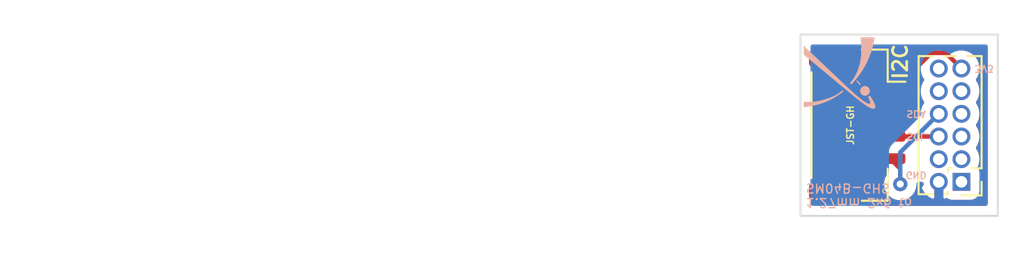
<source format=kicad_pcb>
(kicad_pcb (version 20171130) (host pcbnew "(5.1.12)-1")

  (general
    (thickness 1.6002)
    (drawings 13)
    (tracks 13)
    (zones 0)
    (modules 3)
    (nets 13)
  )

  (page A4)
  (title_block
    (title "2x6 1.27mm socket to JST-GH I2C Inverted Adapter board PCB")
    (date 2021-11-28)
    (rev 1)
    (comment 2 "Vincent Nguyen")
  )

  (layers
    (0 Front signal)
    (31 Back signal)
    (34 B.Paste user)
    (35 F.Paste user)
    (36 B.SilkS user)
    (37 F.SilkS user)
    (38 B.Mask user)
    (39 F.Mask user)
    (44 Edge.Cuts user)
    (45 Margin user)
    (46 B.CrtYd user)
    (47 F.CrtYd user)
    (49 F.Fab user)
  )

  (setup
    (last_trace_width 0.25)
    (user_trace_width 0.1)
    (user_trace_width 0.2)
    (user_trace_width 0.5)
    (trace_clearance 0.25)
    (zone_clearance 0.508)
    (zone_45_only no)
    (trace_min 0.1)
    (via_size 0.8)
    (via_drill 0.4)
    (via_min_size 0.45)
    (via_min_drill 0.2)
    (user_via 0.45 0.2)
    (user_via 0.8 0.4)
    (uvia_size 0.8)
    (uvia_drill 0.4)
    (uvias_allowed no)
    (uvia_min_size 0)
    (uvia_min_drill 0)
    (edge_width 0.1)
    (segment_width 0.1)
    (pcb_text_width 0.3)
    (pcb_text_size 1.5 1.5)
    (mod_edge_width 0.1)
    (mod_text_size 0.8 0.8)
    (mod_text_width 0.1)
    (pad_size 1.524 1.524)
    (pad_drill 0.762)
    (pad_to_mask_clearance 0)
    (solder_mask_min_width 0.1)
    (aux_axis_origin 0 0)
    (visible_elements 7FFFFFFF)
    (pcbplotparams
      (layerselection 0x010fc_ffffffff)
      (usegerberextensions false)
      (usegerberattributes false)
      (usegerberadvancedattributes false)
      (creategerberjobfile false)
      (excludeedgelayer true)
      (linewidth 0.152400)
      (plotframeref false)
      (viasonmask false)
      (mode 1)
      (useauxorigin false)
      (hpglpennumber 1)
      (hpglpenspeed 20)
      (hpglpendiameter 15.000000)
      (psnegative false)
      (psa4output false)
      (plotreference true)
      (plotvalue false)
      (plotinvisibletext false)
      (padsonsilk false)
      (subtractmaskfromsilk true)
      (outputformat 1)
      (mirror false)
      (drillshape 0)
      (scaleselection 1)
      (outputdirectory "./gerbers_for_aisler"))
  )

  (net 0 "")
  (net 1 /3V3)
  (net 2 /UART_TX)
  (net 3 /SPI_SCK)
  (net 4 /UART_RX)
  (net 5 /SPI_MISO)
  (net 6 /I2C_SDA)
  (net 7 /SPI_MOSI)
  (net 8 /I2C_SCL)
  (net 9 /SPI_CS0)
  (net 10 /SPI_CS2)
  (net 11 /SPI_CS1)
  (net 12 /GND)

  (net_class Default "This is the default net class."
    (clearance 0.25)
    (trace_width 0.25)
    (via_dia 0.8)
    (via_drill 0.4)
    (uvia_dia 0.8)
    (uvia_drill 0.4)
    (diff_pair_width 0.25)
    (diff_pair_gap 0.25)
    (add_net /3V3)
    (add_net /GND)
    (add_net /I2C_SCL)
    (add_net /I2C_SDA)
    (add_net /SPI_CS0)
    (add_net /SPI_CS1)
    (add_net /SPI_CS2)
    (add_net /SPI_MISO)
    (add_net /SPI_MOSI)
    (add_net /SPI_SCK)
    (add_net /UART_RX)
    (add_net /UART_TX)
  )

  (net_class Min "This is the bare minimum allowed."
    (clearance 0.1)
    (trace_width 0.1)
    (via_dia 0.45)
    (via_drill 0.2)
    (uvia_dia 0.45)
    (uvia_drill 0.2)
    (diff_pair_width 0.12)
    (diff_pair_gap 0.12)
  )

  (module graphics:xplore_logo_4mm locked (layer Back) (tedit 0) (tstamp 61A2890D)
    (at 149.606 96.139)
    (fp_text reference " " (at 0 0) (layer B.SilkS) hide
      (effects (font (size 1.524 1.524) (thickness 0.3)) (justify mirror))
    )
    (fp_text value " " (at 0.75 0) (layer B.SilkS) hide
      (effects (font (size 1.524 1.524) (thickness 0.3)) (justify mirror))
    )
    (fp_poly (pts (xy -1.975679 0.628213) (xy -1.955187 0.609038) (xy -1.926447 0.579255) (xy -1.891 0.540646)
      (xy -1.850388 0.49499) (xy -1.806153 0.444069) (xy -1.759837 0.389663) (xy -1.712982 0.333551)
      (xy -1.66713 0.277516) (xy -1.623822 0.223338) (xy -1.5846 0.172796) (xy -1.573968 0.15875)
      (xy -1.409938 -0.07278) (xy -1.262329 -0.309661) (xy -1.130185 -0.553713) (xy -1.012555 -0.806757)
      (xy -0.908483 -1.070612) (xy -0.865977 -1.192893) (xy -0.79292 -1.430508) (xy -0.732401 -1.667451)
      (xy -0.685481 -1.89945) (xy -0.675843 -1.95716) (xy -0.669691 -1.995714) (xy -1.471591 -1.995714)
      (xy -1.466103 -1.966232) (xy -1.442482 -1.812472) (xy -1.426036 -1.646368) (xy -1.416785 -1.472244)
      (xy -1.41475 -1.294429) (xy -1.419951 -1.11725) (xy -1.432406 -0.945032) (xy -1.452136 -0.782103)
      (xy -1.460436 -0.73) (xy -1.503849 -0.518508) (xy -1.560541 -0.315615) (xy -1.630049 -0.122376)
      (xy -1.711908 0.060156) (xy -1.805653 0.230928) (xy -1.910822 0.388887) (xy -2.006865 0.509987)
      (xy -2.051451 0.561866) (xy -2.022065 0.598433) (xy -2.004284 0.619167) (xy -1.990773 0.632419)
      (xy -1.986381 0.635) (xy -1.975679 0.628213)) (layer B.SilkS) (width 0.01))
    (fp_poly (pts (xy -0.704226 1.990563) (xy -0.671955 1.979377) (xy -0.660863 1.97118) (xy -0.642659 1.940393)
      (xy -0.636417 1.897348) (xy -0.641756 1.843086) (xy -0.658297 1.778648) (xy -0.68566 1.705073)
      (xy -0.723464 1.623404) (xy -0.771329 1.534679) (xy -0.828876 1.439941) (xy -0.886332 1.353709)
      (xy -0.944597 1.269596) (xy -0.988984 1.303816) (xy -1.012417 1.323348) (xy -1.028649 1.339675)
      (xy -1.033757 1.34805) (xy -1.030268 1.36001) (xy -1.020542 1.38441) (xy -1.006199 1.417337)
      (xy -0.993846 1.444298) (xy -0.960867 1.517985) (xy -0.937441 1.578011) (xy -0.923232 1.625927)
      (xy -0.917905 1.663282) (xy -0.921125 1.691628) (xy -0.932556 1.712514) (xy -0.935208 1.71535)
      (xy -0.953052 1.728117) (xy -0.974823 1.730238) (xy -0.987368 1.728472) (xy -1.035184 1.714557)
      (xy -1.094548 1.687998) (xy -1.164611 1.649397) (xy -1.244524 1.599357) (xy -1.33344 1.538479)
      (xy -1.430508 1.467366) (xy -1.53488 1.38662) (xy -1.645706 1.296844) (xy -1.762139 1.19864)
      (xy -1.882322 1.093506) (xy -1.900719 1.076737) (xy -1.93145 1.04823) (xy -1.973706 1.008752)
      (xy -2.026677 0.95907) (xy -2.089554 0.899952) (xy -2.161526 0.832165) (xy -2.241785 0.756478)
      (xy -2.329521 0.673657) (xy -2.423924 0.584471) (xy -2.524185 0.489686) (xy -2.629494 0.390071)
      (xy -2.739042 0.286392) (xy -2.852019 0.179419) (xy -2.967616 0.069917) (xy -3.085023 -0.041345)
      (xy -3.20343 -0.1536) (xy -3.322029 -0.26608) (xy -3.440009 -0.378018) (xy -3.556561 -0.488645)
      (xy -3.670875 -0.597196) (xy -3.782142 -0.702901) (xy -3.889553 -0.804993) (xy -3.992297 -0.902706)
      (xy -4.089566 -0.995271) (xy -4.180549 -1.08192) (xy -4.264438 -1.161887) (xy -4.340422 -1.234403)
      (xy -4.407692 -1.298701) (xy -4.465439 -1.354013) (xy -4.512853 -1.399573) (xy -4.549124 -1.434612)
      (xy -4.565197 -1.450261) (xy -4.6355 -1.519038) (xy -4.635055 -1.269787) (xy -4.63461 -1.020535)
      (xy -4.505788 -0.915589) (xy -4.405151 -0.833454) (xy -4.297504 -0.7453) (xy -4.1822 -0.650591)
      (xy -4.058588 -0.54879) (xy -3.92602 -0.439361) (xy -3.783848 -0.321766) (xy -3.631423 -0.195469)
      (xy -3.468097 -0.059932) (xy -3.29322 0.08538) (xy -3.106144 0.241005) (xy -2.906221 0.40748)
      (xy -2.784929 0.508546) (xy -2.66935 0.604836) (xy -2.555405 0.699693) (xy -2.444112 0.792273)
      (xy -2.336488 0.881733) (xy -2.233548 0.967231) (xy -2.136311 1.047922) (xy -2.045793 1.122965)
      (xy -1.963011 1.191517) (xy -1.888982 1.252734) (xy -1.824721 1.305773) (xy -1.771248 1.349791)
      (xy -1.729577 1.383947) (xy -1.700727 1.407395) (xy -1.698786 1.408958) (xy -1.549881 1.526892)
      (xy -1.413055 1.631443) (xy -1.28821 1.722676) (xy -1.175247 1.800655) (xy -1.074068 1.865446)
      (xy -0.984576 1.917115) (xy -0.906672 1.955727) (xy -0.840257 1.981348) (xy -0.83991 1.981457)
      (xy -0.793018 1.99188) (xy -0.746186 1.994823) (xy -0.704226 1.990563)) (layer B.SilkS) (width 0.01))
    (fp_poly (pts (xy -1.492644 0.650991) (xy -1.48484 0.647174) (xy -1.46768 0.636777) (xy -1.460501 0.629635)
      (xy -1.460501 0.629617) (xy -1.466091 0.620657) (xy -1.481221 0.601126) (xy -1.503424 0.573901)
      (xy -1.530237 0.541862) (xy -1.559194 0.507887) (xy -1.587831 0.474855) (xy -1.613683 0.445644)
      (xy -1.634285 0.423133) (xy -1.647174 0.410202) (xy -1.650064 0.408215) (xy -1.66093 0.414259)
      (xy -1.673349 0.425993) (xy -1.678983 0.433277) (xy -1.680792 0.441066) (xy -1.677376 0.451739)
      (xy -1.667336 0.467672) (xy -1.649275 0.491244) (xy -1.621792 0.524832) (xy -1.599309 0.551849)
      (xy -1.565118 0.59271) (xy -1.540378 0.621433) (xy -1.522924 0.639822) (xy -1.510592 0.649676)
      (xy -1.50122 0.652799) (xy -1.492644 0.650991)) (layer B.SilkS) (width 0.01))
    (fp_poly (pts (xy -1.170586 1.262423) (xy -1.135926 1.255883) (xy -1.10515 1.2438) (xy -1.047203 1.206795)
      (xy -1.002064 1.159616) (xy -0.970204 1.104899) (xy -0.95209 1.045281) (xy -0.948192 0.983398)
      (xy -0.958978 0.921887) (xy -0.984918 0.863386) (xy -1.02648 0.81053) (xy -1.027867 0.809163)
      (xy -1.078777 0.770151) (xy -1.137183 0.74342) (xy -1.198588 0.730331) (xy -1.258494 0.732246)
      (xy -1.272409 0.735153) (xy -1.336574 0.759323) (xy -1.390088 0.795799) (xy -1.432224 0.842096)
      (xy -1.462251 0.89573) (xy -1.479443 0.954218) (xy -1.48307 1.015075) (xy -1.472404 1.075817)
      (xy -1.446716 1.133959) (xy -1.405277 1.187017) (xy -1.405005 1.18729) (xy -1.355822 1.227734)
      (xy -1.303083 1.252508) (xy -1.242358 1.263412) (xy -1.215572 1.264293) (xy -1.170586 1.262423)) (layer B.SilkS) (width 0.01))
    (fp_poly (pts (xy -4.606018 1.910096) (xy -4.585169 1.906919) (xy -4.551338 1.901999) (xy -4.509517 1.896053)
      (xy -4.472215 1.89084) (xy -4.205799 1.846969) (xy -3.95158 1.790629) (xy -3.708016 1.721198)
      (xy -3.473563 1.638054) (xy -3.246677 1.540577) (xy -3.025817 1.428143) (xy -2.809438 1.300132)
      (xy -2.595998 1.155923) (xy -2.532176 1.109309) (xy -2.429101 1.032732) (xy -2.454498 1.006223)
      (xy -2.470463 0.989794) (xy -2.479648 0.980795) (xy -2.480466 0.980187) (xy -2.487308 0.985642)
      (xy -2.505242 0.999923) (xy -2.531165 1.02056) (xy -2.549072 1.034815) (xy -2.658701 1.116813)
      (xy -2.771875 1.190561) (xy -2.891574 1.257616) (xy -3.02078 1.319536) (xy -3.162474 1.377878)
      (xy -3.302 1.428226) (xy -3.531586 1.499799) (xy -3.754376 1.555702) (xy -3.969713 1.595781)
      (xy -4.077552 1.610206) (xy -4.129876 1.614915) (xy -4.193528 1.618578) (xy -4.264351 1.621152)
      (xy -4.338191 1.62259) (xy -4.410889 1.622846) (xy -4.478289 1.621876) (xy -4.536236 1.619634)
      (xy -4.580572 1.616074) (xy -4.58334 1.615739) (xy -4.6355 1.609223) (xy -4.6355 1.914894)
      (xy -4.606018 1.910096)) (layer B.SilkS) (width 0.01))
  )

  (module Connector_JST:JST_GH_SM04B-GHS-TB_1x04-1MP_P1.25mm_Horizontal (layer Front) (tedit 5B78AD87) (tstamp 619940F4)
    (at 147.955 99.06 270)
    (descr "JST GH series connector, SM04B-GHS-TB (http://www.jst-mfg.com/product/pdf/eng/eGH.pdf), generated with kicad-footprint-generator")
    (tags "connector JST GH top entry")
    (path /6199593B)
    (attr smd)
    (fp_text reference J2 (at 0 0 270) (layer F.SilkS) hide
      (effects (font (size 1 1) (thickness 0.15)))
    )
    (fp_text value SM04B-GHS-TB (at 0 4.445 270) (layer F.Fab)
      (effects (font (size 1 1) (thickness 0.15)))
    )
    (fp_line (start -1.875 -0.892893) (end -1.375 -1.6) (layer F.Fab) (width 0.1))
    (fp_line (start -2.375 -1.6) (end -1.875 -0.892893) (layer F.Fab) (width 0.1))
    (fp_line (start 4.72 -3.2) (end -4.72 -3.2) (layer F.CrtYd) (width 0.05))
    (fp_line (start 4.72 3.2) (end 4.72 -3.2) (layer F.CrtYd) (width 0.05))
    (fp_line (start -4.72 3.2) (end 4.72 3.2) (layer F.CrtYd) (width 0.05))
    (fp_line (start -4.72 -3.2) (end -4.72 3.2) (layer F.CrtYd) (width 0.05))
    (fp_line (start 4.125 -1.6) (end 4.125 2.45) (layer F.Fab) (width 0.1))
    (fp_line (start -4.125 -1.6) (end -4.125 2.45) (layer F.Fab) (width 0.1))
    (fp_line (start -4.125 2.45) (end 4.125 2.45) (layer F.Fab) (width 0.1))
    (fp_line (start -2.965 2.56) (end 2.965 2.56) (layer F.SilkS) (width 0.12))
    (fp_line (start 4.235 -1.71) (end 2.435 -1.71) (layer F.SilkS) (width 0.12))
    (fp_line (start 4.235 -0.26) (end 4.235 -1.71) (layer F.SilkS) (width 0.12))
    (fp_line (start -2.435 -1.71) (end -2.435 -2.7) (layer F.SilkS) (width 0.12))
    (fp_line (start -4.235 -1.71) (end -2.435 -1.71) (layer F.SilkS) (width 0.12))
    (fp_line (start -4.235 -0.26) (end -4.235 -1.71) (layer F.SilkS) (width 0.12))
    (fp_line (start -4.125 -1.6) (end 4.125 -1.6) (layer F.Fab) (width 0.1))
    (pad MP smd roundrect (at 3.725 1.35 270) (size 1 2.7) (layers Front F.Paste F.Mask) (roundrect_rratio 0.25))
    (pad MP smd roundrect (at -3.725 1.35 270) (size 1 2.7) (layers Front F.Paste F.Mask) (roundrect_rratio 0.25))
    (pad 4 smd roundrect (at 1.875 -1.85 270) (size 0.6 1.7) (layers Front F.Paste F.Mask) (roundrect_rratio 0.25)
      (net 6 /I2C_SDA))
    (pad 3 smd roundrect (at 0.625 -1.85 270) (size 0.6 1.7) (layers Front F.Paste F.Mask) (roundrect_rratio 0.25)
      (net 8 /I2C_SCL))
    (pad 2 smd roundrect (at -0.625 -1.85 270) (size 0.6 1.7) (layers Front F.Paste F.Mask) (roundrect_rratio 0.25)
      (net 1 /3V3))
    (pad 1 smd roundrect (at -1.875 -1.85 270) (size 0.6 1.7) (layers Front F.Paste F.Mask) (roundrect_rratio 0.25)
      (net 12 /GND))
    (model ${KISYS3DMOD}/Connector_JST.3dshapes/JST_GH_SM04B-GHS-TB_1x04-1MP_P1.25mm_Horizontal.wrl
      (at (xyz 0 0 0))
      (scale (xyz 1 1 1))
      (rotate (xyz 0 0 0))
    )
  )

  (module Connector_PinHeader_1.27mm:PinHeader_2x06_P1.27mm_Vertical (layer Front) (tedit 59FED6E3) (tstamp 61A3CFF4)
    (at 153.797 102.235 180)
    (descr "Through hole straight pin header, 2x06, 1.27mm pitch, double rows")
    (tags "Through hole pin header THT 2x06 1.27mm double row")
    (path /6198D3EE)
    (fp_text reference J1 (at 0.635 3.175 90) (layer F.SilkS) hide
      (effects (font (size 1 1) (thickness 0.15)))
    )
    (fp_text value "1.27mm 2x6-PTH" (at -2.667 3.302 90) (layer F.Fab)
      (effects (font (size 1 1) (thickness 0.15)))
    )
    (fp_line (start -0.2175 -0.635) (end 2.34 -0.635) (layer F.Fab) (width 0.1))
    (fp_line (start 2.34 -0.635) (end 2.34 6.985) (layer F.Fab) (width 0.1))
    (fp_line (start 2.34 6.985) (end -1.07 6.985) (layer F.Fab) (width 0.1))
    (fp_line (start -1.07 6.985) (end -1.07 0.2175) (layer F.Fab) (width 0.1))
    (fp_line (start -1.07 0.2175) (end -0.2175 -0.635) (layer F.Fab) (width 0.1))
    (fp_line (start -1.13 7.045) (end -0.30753 7.045) (layer F.SilkS) (width 0.12))
    (fp_line (start 1.57753 7.045) (end 2.4 7.045) (layer F.SilkS) (width 0.12))
    (fp_line (start 0.30753 7.045) (end 0.96247 7.045) (layer F.SilkS) (width 0.12))
    (fp_line (start -1.13 0.76) (end -1.13 7.045) (layer F.SilkS) (width 0.12))
    (fp_line (start 2.4 -0.695) (end 2.4 7.045) (layer F.SilkS) (width 0.12))
    (fp_line (start -1.13 0.76) (end -0.563471 0.76) (layer F.SilkS) (width 0.12))
    (fp_line (start 0.563471 0.76) (end 0.706529 0.76) (layer F.SilkS) (width 0.12))
    (fp_line (start 0.76 0.706529) (end 0.76 0.563471) (layer F.SilkS) (width 0.12))
    (fp_line (start 0.76 -0.563471) (end 0.76 -0.695) (layer F.SilkS) (width 0.12))
    (fp_line (start 0.76 -0.695) (end 0.96247 -0.695) (layer F.SilkS) (width 0.12))
    (fp_line (start 1.57753 -0.695) (end 2.4 -0.695) (layer F.SilkS) (width 0.12))
    (fp_line (start -1.13 0) (end -1.13 -0.76) (layer F.SilkS) (width 0.12))
    (fp_line (start -1.13 -0.76) (end 0 -0.76) (layer F.SilkS) (width 0.12))
    (fp_line (start -1.6 -1.15) (end -1.6 7.5) (layer F.CrtYd) (width 0.05))
    (fp_line (start -1.6 7.5) (end 2.85 7.5) (layer F.CrtYd) (width 0.05))
    (fp_line (start 2.85 7.5) (end 2.85 -1.15) (layer F.CrtYd) (width 0.05))
    (fp_line (start 2.85 -1.15) (end -1.6 -1.15) (layer F.CrtYd) (width 0.05))
    (pad 1 thru_hole rect (at 0 0 180) (size 1 1) (drill 0.65) (layers *.Cu *.Mask)
      (net 11 /SPI_CS1))
    (pad 2 thru_hole oval (at 1.27 0 180) (size 1 1) (drill 0.65) (layers *.Cu *.Mask)
      (net 12 /GND))
    (pad 3 thru_hole oval (at 0 1.27 180) (size 1 1) (drill 0.65) (layers *.Cu *.Mask)
      (net 9 /SPI_CS0))
    (pad 4 thru_hole oval (at 1.27 1.27 180) (size 1 1) (drill 0.65) (layers *.Cu *.Mask)
      (net 10 /SPI_CS2))
    (pad 5 thru_hole oval (at 0 2.54 180) (size 1 1) (drill 0.65) (layers *.Cu *.Mask)
      (net 7 /SPI_MOSI))
    (pad 6 thru_hole oval (at 1.27 2.54 180) (size 1 1) (drill 0.65) (layers *.Cu *.Mask)
      (net 8 /I2C_SCL))
    (pad 7 thru_hole oval (at 0 3.81 180) (size 1 1) (drill 0.65) (layers *.Cu *.Mask)
      (net 5 /SPI_MISO))
    (pad 8 thru_hole oval (at 1.27 3.81 180) (size 1 1) (drill 0.65) (layers *.Cu *.Mask)
      (net 6 /I2C_SDA))
    (pad 9 thru_hole oval (at 0 5.08 180) (size 1 1) (drill 0.65) (layers *.Cu *.Mask)
      (net 3 /SPI_SCK))
    (pad 10 thru_hole oval (at 1.27 5.08 180) (size 1 1) (drill 0.65) (layers *.Cu *.Mask)
      (net 4 /UART_RX))
    (pad 11 thru_hole oval (at 0 6.35 180) (size 1 1) (drill 0.65) (layers *.Cu *.Mask)
      (net 1 /3V3))
    (pad 12 thru_hole oval (at 1.27 6.35 180) (size 1 1) (drill 0.65) (layers *.Cu *.Mask)
      (net 2 /UART_TX))
  )

  (gr_text I2C (at 150.368 95.504 90) (layer F.SilkS) (tstamp 61BBB5FC)
    (effects (font (size 0.8 0.8) (thickness 0.15)))
  )
  (gr_text JST-GH (at 147.574 99.06 90) (layer F.SilkS) (tstamp 61A35212)
    (effects (font (size 0.381 0.381) (thickness 0.0762)))
  )
  (gr_text 3V3 (at 155.067 95.885 180) (layer B.SilkS) (tstamp 61A28220)
    (effects (font (size 0.381 0.381) (thickness 0.0762)) (justify mirror))
  )
  (gr_text SDA (at 151.257 98.425 180) (layer B.SilkS) (tstamp 61A28220)
    (effects (font (size 0.381 0.381) (thickness 0.0762)) (justify mirror))
  )
  (gr_text SCL (at 151.257 99.695 180) (layer B.SilkS) (tstamp 61A280C2)
    (effects (font (size 0.381 0.381) (thickness 0.0762)) (justify mirror))
  )
  (gr_text GND (at 151.257 101.854 180) (layer B.SilkS) (tstamp 61A27D6B)
    (effects (font (size 0.381 0.381) (thickness 0.0762)) (justify mirror))
  )
  (gr_text "1.27mm 2x6 to\nSM04B-GHS" (at 145.034 102.997 180) (layer B.SilkS)
    (effects (font (size 0.508 0.508) (thickness 0.0762)) (justify left mirror))
  )
  (gr_line (start 144.78 104.14) (end 144.78 93.98) (layer Edge.Cuts) (width 0.1) (tstamp 61994459))
  (gr_line (start 155.829 104.14) (end 144.78 104.14) (layer Edge.Cuts) (width 0.1))
  (gr_line (start 155.829 93.98) (end 155.829 104.14) (layer Edge.Cuts) (width 0.1))
  (gr_line (start 144.78 93.98) (end 155.829 93.98) (layer Edge.Cuts) (width 0.1))
  (gr_line (start 124 93) (end 120 107) (layer Cmts.User) (width 0.1524))
  (gr_line (start 100 100) (end 124 93) (layer Cmts.User) (width 0.1524))

  (segment (start 150.655 98.435) (end 149.805 98.435) (width 0.25) (layer Front) (net 1))
  (segment (start 151.03001 96.086988) (end 151.03001 98.05999) (width 0.25) (layer Front) (net 1))
  (segment (start 152.106999 95.009999) (end 151.03001 96.086988) (width 0.25) (layer Front) (net 1))
  (segment (start 152.921999 95.009999) (end 152.106999 95.009999) (width 0.25) (layer Front) (net 1))
  (segment (start 151.03001 98.05999) (end 150.655 98.435) (width 0.25) (layer Front) (net 1))
  (segment (start 153.797 95.885) (end 152.921999 95.009999) (width 0.25) (layer Front) (net 1))
  (via (at 150.368 102.362) (size 0.8) (drill 0.4) (layers Front Back) (net 6))
  (segment (start 150.368 100.584) (end 150.368 102.362) (width 0.25) (layer Back) (net 6))
  (segment (start 152.527 98.425) (end 150.368 100.584) (width 0.25) (layer Back) (net 6))
  (segment (start 150.368 101.498) (end 149.805 100.935) (width 0.25) (layer Front) (net 6))
  (segment (start 150.368 102.362) (end 150.368 101.498) (width 0.25) (layer Front) (net 6))
  (segment (start 149.815 99.695) (end 149.805 99.685) (width 0.25) (layer Front) (net 8))
  (segment (start 152.527 99.695) (end 149.815 99.695) (width 0.25) (layer Front) (net 8))

  (zone (net 12) (net_name /GND) (layer Back) (tstamp 0) (hatch edge 0.508)
    (connect_pads (clearance 0.508))
    (min_thickness 0.254)
    (fill yes (arc_segments 32) (thermal_gap 0.508) (thermal_bridge_width 0.508))
    (polygon
      (pts
        (xy 156.21 104.775) (xy 144.145 104.775) (xy 144.145 93.345) (xy 156.21 93.345)
      )
    )
    (filled_polygon
      (pts
        (xy 155.144001 103.455) (xy 145.465 103.455) (xy 145.465 102.260061) (xy 149.333 102.260061) (xy 149.333 102.463939)
        (xy 149.372774 102.663898) (xy 149.450795 102.852256) (xy 149.564063 103.021774) (xy 149.708226 103.165937) (xy 149.877744 103.279205)
        (xy 150.066102 103.357226) (xy 150.266061 103.397) (xy 150.469939 103.397) (xy 150.669898 103.357226) (xy 150.858256 103.279205)
        (xy 151.027774 103.165937) (xy 151.171937 103.021774) (xy 151.285205 102.852256) (xy 151.363226 102.663898) (xy 151.403 102.463939)
        (xy 151.403 102.362002) (xy 151.559045 102.362002) (xy 151.432881 102.536874) (xy 151.449554 102.591864) (xy 151.539877 102.795206)
        (xy 151.668135 102.97702) (xy 151.829399 103.130318) (xy 152.017471 103.24921) (xy 152.225124 103.329126) (xy 152.4 103.204129)
        (xy 152.4 102.362) (xy 152.38 102.362) (xy 152.38 102.108) (xy 152.4 102.108) (xy 152.4 102.096974)
        (xy 152.415212 102.1) (xy 152.638788 102.1) (xy 152.654 102.096974) (xy 152.654 102.108) (xy 152.658928 102.108)
        (xy 152.658928 102.362) (xy 152.654 102.362) (xy 152.654 103.204129) (xy 152.828876 103.329126) (xy 152.964106 103.277082)
        (xy 153.05282 103.324502) (xy 153.172518 103.360812) (xy 153.297 103.373072) (xy 154.297 103.373072) (xy 154.421482 103.360812)
        (xy 154.54118 103.324502) (xy 154.651494 103.265537) (xy 154.748185 103.186185) (xy 154.827537 103.089494) (xy 154.886502 102.97918)
        (xy 154.922812 102.859482) (xy 154.935072 102.735) (xy 154.935072 101.735) (xy 154.922812 101.610518) (xy 154.886502 101.49082)
        (xy 154.842112 101.407774) (xy 154.888383 101.296067) (xy 154.932 101.076788) (xy 154.932 100.853212) (xy 154.888383 100.633933)
        (xy 154.802824 100.427376) (xy 154.737759 100.33) (xy 154.802824 100.232624) (xy 154.888383 100.026067) (xy 154.932 99.806788)
        (xy 154.932 99.583212) (xy 154.888383 99.363933) (xy 154.802824 99.157376) (xy 154.737759 99.06) (xy 154.802824 98.962624)
        (xy 154.888383 98.756067) (xy 154.932 98.536788) (xy 154.932 98.313212) (xy 154.888383 98.093933) (xy 154.802824 97.887376)
        (xy 154.737759 97.79) (xy 154.802824 97.692624) (xy 154.888383 97.486067) (xy 154.932 97.266788) (xy 154.932 97.043212)
        (xy 154.888383 96.823933) (xy 154.802824 96.617376) (xy 154.737759 96.52) (xy 154.802824 96.422624) (xy 154.888383 96.216067)
        (xy 154.932 95.996788) (xy 154.932 95.773212) (xy 154.888383 95.553933) (xy 154.802824 95.347376) (xy 154.678612 95.16148)
        (xy 154.52052 95.003388) (xy 154.334624 94.879176) (xy 154.128067 94.793617) (xy 153.908788 94.75) (xy 153.685212 94.75)
        (xy 153.465933 94.793617) (xy 153.259376 94.879176) (xy 153.162 94.944241) (xy 153.064624 94.879176) (xy 152.858067 94.793617)
        (xy 152.638788 94.75) (xy 152.415212 94.75) (xy 152.195933 94.793617) (xy 151.989376 94.879176) (xy 151.80348 95.003388)
        (xy 151.645388 95.16148) (xy 151.521176 95.347376) (xy 151.435617 95.553933) (xy 151.392 95.773212) (xy 151.392 95.996788)
        (xy 151.435617 96.216067) (xy 151.521176 96.422624) (xy 151.586241 96.52) (xy 151.521176 96.617376) (xy 151.435617 96.823933)
        (xy 151.392 97.043212) (xy 151.392 97.266788) (xy 151.435617 97.486067) (xy 151.521176 97.692624) (xy 151.586241 97.79)
        (xy 151.521176 97.887376) (xy 151.435617 98.093933) (xy 151.392 98.313212) (xy 151.392 98.485198) (xy 149.857003 100.020196)
        (xy 149.827999 100.043999) (xy 149.795674 100.083388) (xy 149.733026 100.159724) (xy 149.69406 100.232624) (xy 149.662454 100.291754)
        (xy 149.618997 100.435015) (xy 149.608 100.546668) (xy 149.608 100.546678) (xy 149.604324 100.584) (xy 149.608 100.621323)
        (xy 149.608001 101.658288) (xy 149.564063 101.702226) (xy 149.450795 101.871744) (xy 149.372774 102.060102) (xy 149.333 102.260061)
        (xy 145.465 102.260061) (xy 145.465 94.665) (xy 155.144 94.665)
      )
    )
  )
  (zone (net 12) (net_name /GND) (layer Front) (tstamp 0) (hatch edge 0.508)
    (connect_pads (clearance 0.508))
    (min_thickness 0.254)
    (fill yes (arc_segments 32) (thermal_gap 0.508) (thermal_bridge_width 0.508))
    (polygon
      (pts
        (xy 156.21 104.775) (xy 144.145 104.775) (xy 144.145 93.345) (xy 156.21 93.345)
      )
    )
    (filled_polygon
      (pts
        (xy 150.519012 95.523185) (xy 150.490009 95.546987) (xy 150.434881 95.614162) (xy 150.395036 95.662712) (xy 150.343568 95.759002)
        (xy 150.324464 95.794742) (xy 150.281007 95.938003) (xy 150.27001 96.049656) (xy 150.27001 96.049666) (xy 150.266334 96.086988)
        (xy 150.27001 96.124311) (xy 150.27001 96.249024) (xy 150.09075 96.25) (xy 149.932 96.40875) (xy 149.932 97.058)
        (xy 149.952 97.058) (xy 149.952 97.312) (xy 149.932 97.312) (xy 149.932 97.332) (xy 149.678 97.332)
        (xy 149.678 97.312) (xy 148.47875 97.312) (xy 148.32 97.47075) (xy 148.316928 97.485) (xy 148.329188 97.609482)
        (xy 148.365498 97.72918) (xy 148.424463 97.839494) (xy 148.442256 97.861175) (xy 148.376916 97.983418) (xy 148.332071 98.131255)
        (xy 148.316928 98.285) (xy 148.316928 98.585) (xy 148.332071 98.738745) (xy 148.376916 98.886582) (xy 148.449742 99.022829)
        (xy 148.480247 99.06) (xy 148.449742 99.097171) (xy 148.376916 99.233418) (xy 148.332071 99.381255) (xy 148.316928 99.535)
        (xy 148.316928 99.835) (xy 148.332071 99.988745) (xy 148.376916 100.136582) (xy 148.449742 100.272829) (xy 148.480247 100.31)
        (xy 148.449742 100.347171) (xy 148.376916 100.483418) (xy 148.332071 100.631255) (xy 148.316928 100.785) (xy 148.316928 101.085)
        (xy 148.332071 101.238745) (xy 148.376916 101.386582) (xy 148.449742 101.522829) (xy 148.547749 101.642251) (xy 148.667171 101.740258)
        (xy 148.803418 101.813084) (xy 148.951255 101.857929) (xy 149.105 101.873072) (xy 149.450245 101.873072) (xy 149.372774 102.060102)
        (xy 149.333 102.260061) (xy 149.333 102.463939) (xy 149.372774 102.663898) (xy 149.450795 102.852256) (xy 149.564063 103.021774)
        (xy 149.708226 103.165937) (xy 149.877744 103.279205) (xy 150.066102 103.357226) (xy 150.266061 103.397) (xy 150.469939 103.397)
        (xy 150.669898 103.357226) (xy 150.858256 103.279205) (xy 151.027774 103.165937) (xy 151.171937 103.021774) (xy 151.285205 102.852256)
        (xy 151.363226 102.663898) (xy 151.403 102.463939) (xy 151.403 102.362002) (xy 151.559045 102.362002) (xy 151.432881 102.536874)
        (xy 151.449554 102.591864) (xy 151.539877 102.795206) (xy 151.668135 102.97702) (xy 151.829399 103.130318) (xy 152.017471 103.24921)
        (xy 152.225124 103.329126) (xy 152.4 103.204129) (xy 152.4 102.362) (xy 152.38 102.362) (xy 152.38 102.108)
        (xy 152.4 102.108) (xy 152.4 102.096974) (xy 152.415212 102.1) (xy 152.638788 102.1) (xy 152.654 102.096974)
        (xy 152.654 102.108) (xy 152.658928 102.108) (xy 152.658928 102.362) (xy 152.654 102.362) (xy 152.654 103.204129)
        (xy 152.828876 103.329126) (xy 152.964106 103.277082) (xy 153.05282 103.324502) (xy 153.172518 103.360812) (xy 153.297 103.373072)
        (xy 154.297 103.373072) (xy 154.421482 103.360812) (xy 154.54118 103.324502) (xy 154.651494 103.265537) (xy 154.748185 103.186185)
        (xy 154.827537 103.089494) (xy 154.886502 102.97918) (xy 154.922812 102.859482) (xy 154.935072 102.735) (xy 154.935072 101.735)
        (xy 154.922812 101.610518) (xy 154.886502 101.49082) (xy 154.842112 101.407774) (xy 154.888383 101.296067) (xy 154.932 101.076788)
        (xy 154.932 100.853212) (xy 154.888383 100.633933) (xy 154.802824 100.427376) (xy 154.737759 100.33) (xy 154.802824 100.232624)
        (xy 154.888383 100.026067) (xy 154.932 99.806788) (xy 154.932 99.583212) (xy 154.888383 99.363933) (xy 154.802824 99.157376)
        (xy 154.737759 99.06) (xy 154.802824 98.962624) (xy 154.888383 98.756067) (xy 154.932 98.536788) (xy 154.932 98.313212)
        (xy 154.888383 98.093933) (xy 154.802824 97.887376) (xy 154.737759 97.79) (xy 154.802824 97.692624) (xy 154.888383 97.486067)
        (xy 154.932 97.266788) (xy 154.932 97.043212) (xy 154.888383 96.823933) (xy 154.802824 96.617376) (xy 154.737759 96.52)
        (xy 154.802824 96.422624) (xy 154.888383 96.216067) (xy 154.932 95.996788) (xy 154.932 95.773212) (xy 154.888383 95.553933)
        (xy 154.802824 95.347376) (xy 154.678612 95.16148) (xy 154.52052 95.003388) (xy 154.334624 94.879176) (xy 154.128067 94.793617)
        (xy 153.908788 94.75) (xy 153.736801 94.75) (xy 153.651801 94.665) (xy 155.144 94.665) (xy 155.144001 103.455)
        (xy 148.482631 103.455) (xy 148.525472 103.37485) (xy 148.576008 103.208254) (xy 148.593072 103.035) (xy 148.593072 102.535)
        (xy 148.576008 102.361746) (xy 148.525472 102.19515) (xy 148.443405 102.041614) (xy 148.332962 101.907038) (xy 148.198386 101.796595)
        (xy 148.04485 101.714528) (xy 147.878254 101.663992) (xy 147.705 101.646928) (xy 145.505 101.646928) (xy 145.465 101.650868)
        (xy 145.465 96.885) (xy 148.316928 96.885) (xy 148.32 96.89925) (xy 148.47875 97.058) (xy 149.678 97.058)
        (xy 149.678 96.40875) (xy 149.51925 96.25) (xy 148.955 96.246928) (xy 148.830518 96.259188) (xy 148.71082 96.295498)
        (xy 148.600506 96.354463) (xy 148.503815 96.433815) (xy 148.424463 96.530506) (xy 148.365498 96.64082) (xy 148.329188 96.760518)
        (xy 148.316928 96.885) (xy 145.465 96.885) (xy 145.465 96.469132) (xy 145.505 96.473072) (xy 147.705 96.473072)
        (xy 147.878254 96.456008) (xy 148.04485 96.405472) (xy 148.198386 96.323405) (xy 148.332962 96.212962) (xy 148.443405 96.078386)
        (xy 148.525472 95.92485) (xy 148.576008 95.758254) (xy 148.593072 95.585) (xy 148.593072 95.085) (xy 148.576008 94.911746)
        (xy 148.525472 94.74515) (xy 148.482631 94.665) (xy 151.377195 94.665)
      )
    )
  )
)

</source>
